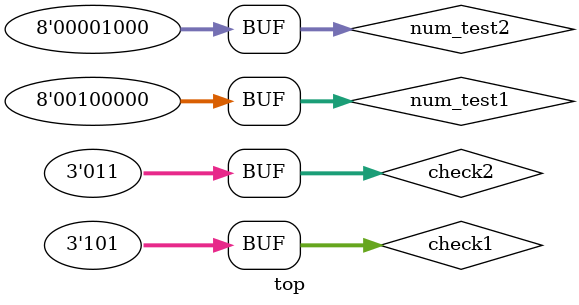
<source format=v>
`include "log.v"

module top();

wire [7:0] num_test1 = 8'b00100000;
wire [7:0] num_test2 = 8'b00001000;

wire [2:0] result1;
wire [2:0] result2;


wire [2:0] check1 = 5;
wire [2:0] check2 = 3;


log
test1_log
(
	.number	(num_test1),
	.res	(result1)
);

log
test2_log
(
	.number	(num_test2),
	.res	(result2)
);



endmodule
</source>
